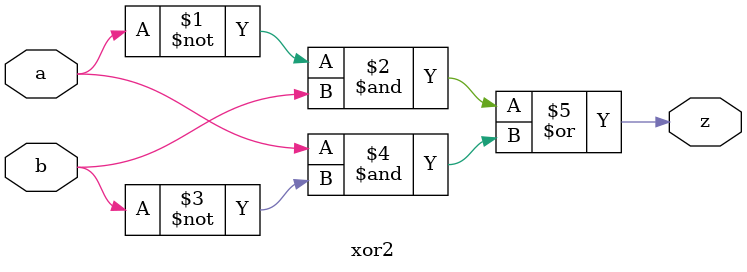
<source format=v>
module xor2(input a, input b, output z);
assign z = (~a&b) | (a&~b);
endmodule
</source>
